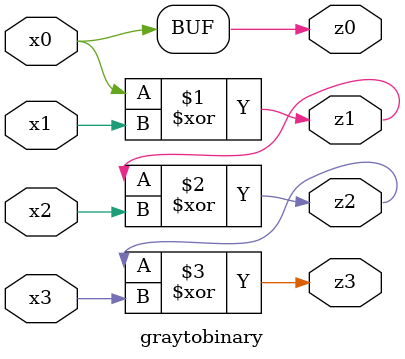
<source format=v>

module graytobinary( x0,x1,x2,x3,z0,z1,z2,z3);
 
 input x0,x1,x2,x3;
 output z0,z1,z2,z3;
 
 assign z0=x0;
 assign z1=x0^x1;
 assign z2=z1^x2;
 assign z3=z2^x3;
 
endmodule

</source>
